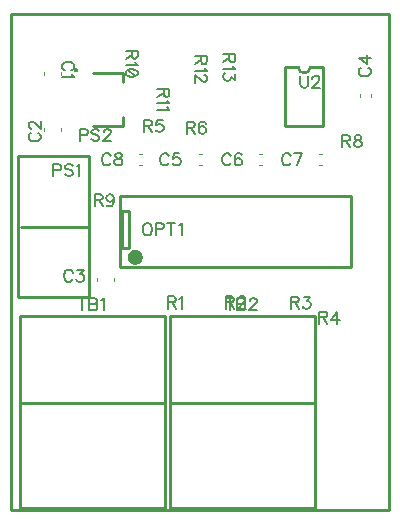
<source format=gbr>
G04 DipTrace 4.0.0.2*
G04 TopSilk.gbr*
%MOIN*%
G04 #@! TF.FileFunction,Legend,Top*
G04 #@! TF.Part,Single*
%ADD10C,0.009843*%
%ADD12C,0.004724*%
%ADD51C,0.006176*%
%FSLAX26Y26*%
G04*
G70*
G90*
G75*
G01*
G04 TopSilk*
%LPD*%
X502760Y1845525D2*
D12*
Y1854974D1*
X560240Y1845527D2*
Y1854976D1*
Y1667474D2*
Y1658026D1*
X502760Y1667473D2*
Y1658024D1*
X680220Y1156992D2*
Y1166441D1*
X737701Y1156992D2*
Y1166441D1*
X1594148Y1780761D2*
Y1769738D1*
X1556353Y1780761D2*
Y1769738D1*
X1030762Y1543853D2*
X1019739D1*
X1030762Y1581648D2*
X1019739D1*
X1230762Y1543853D2*
X1219739D1*
X1230762Y1581648D2*
X1219739D1*
X1430761Y1543853D2*
X1419738D1*
X1430761Y1581648D2*
X1419738D1*
X830761Y1543853D2*
X819738D1*
X830761Y1581648D2*
X819738D1*
X394000Y2047543D2*
D10*
Y394000D1*
X1653843D1*
Y2047543D1*
X394000D1*
X1525890Y1203932D2*
Y1440152D1*
X758173D1*
Y1203932D1*
X1525890D1*
X787504Y1266727D2*
Y1391727D1*
X762504D1*
Y1266727D1*
X787504D1*
G36*
X832976Y1237199D2*
X832763Y1233936D1*
X832125Y1230729D1*
X831073Y1227632D1*
X829627Y1224699D1*
X827810Y1221980D1*
X825654Y1219522D1*
X823196Y1217366D1*
X820477Y1215549D1*
X817544Y1214102D1*
X814447Y1213051D1*
X811240Y1212413D1*
X807977Y1212199D1*
X804714Y1212413D1*
X801507Y1213051D1*
X798410Y1214102D1*
X795477Y1215549D1*
X792758Y1217366D1*
X790300Y1219522D1*
X788144Y1221980D1*
X786327Y1224699D1*
X784881Y1227632D1*
X783830Y1230729D1*
X783192Y1233936D1*
X782978Y1237199D1*
Y1237200D1*
X783192Y1240463D1*
X783830Y1243670D1*
X784881Y1246767D1*
X786327Y1249700D1*
X788144Y1252419D1*
X790300Y1254877D1*
X792758Y1257033D1*
X795477Y1258850D1*
X798410Y1260297D1*
X801507Y1261348D1*
X804714Y1261986D1*
X807977Y1262199D1*
X811240Y1261986D1*
X814447Y1261348D1*
X817544Y1260297D1*
X820477Y1258850D1*
X823196Y1257033D1*
X825654Y1254877D1*
X827810Y1252419D1*
X829627Y1249700D1*
X831073Y1246767D1*
X832125Y1243670D1*
X832763Y1240463D1*
X832976Y1237200D1*
Y1237199D1*
G37*
X653055Y1573882D2*
D10*
X418055D1*
Y1103882D1*
X653055D1*
Y1573882D1*
X428066Y1338882D2*
X653055D1*
X668764Y1851332D2*
X767170Y1851335D1*
Y1821795D1*
X767174Y1703709D2*
X767175Y1674169D1*
X668769Y1674166D1*
G36*
X610123Y1852727D2*
X609118Y1852793D1*
X608130Y1852989D1*
X607176Y1853313D1*
X606273Y1853759D1*
X605435Y1854318D1*
X604678Y1854982D1*
X604014Y1855739D1*
X603454Y1856577D1*
X603009Y1857480D1*
X602685Y1858434D1*
X602488Y1859422D1*
X602423Y1860427D1*
X602488Y1861432D1*
X602685Y1862420D1*
X603009Y1863374D1*
X603454Y1864277D1*
X604014Y1865115D1*
X604678Y1865872D1*
X605435Y1866536D1*
X606272Y1867096D1*
X607176Y1867541D1*
X608130Y1867865D1*
X609117Y1868061D1*
X610122Y1868127D1*
X610143D1*
X611149Y1868061D1*
X612136Y1867865D1*
X613090Y1867541D1*
X613994Y1867096D1*
X614831Y1866536D1*
X615588Y1865872D1*
X616252Y1865115D1*
X616812Y1864277D1*
X617258Y1863374D1*
X617581Y1862420D1*
X617778Y1861432D1*
X617844Y1860427D1*
X617778Y1859422D1*
X617582Y1858434D1*
X617258Y1857481D1*
X616812Y1856577D1*
X616253Y1855740D1*
X615589Y1854982D1*
X614831Y1854318D1*
X613994Y1853759D1*
X613091Y1853313D1*
X612137Y1852989D1*
X611149Y1852793D1*
X610144Y1852727D1*
X610123D1*
G37*
X925496Y1041638D2*
D10*
Y399906D1*
X1407780D1*
Y1041638D1*
X925496D1*
X1407780Y752268D2*
X925496D1*
X1308722Y1870379D2*
Y1673526D1*
X1434690Y1870379D2*
Y1673526D1*
X1308722D2*
X1434690D1*
X1308722Y1870379D2*
X1352018D1*
X1391394D2*
X1434690D1*
X1352018D2*
G03X1391394Y1870379I19688J1D01*
G01*
X423528Y1041638D2*
Y399906D1*
X905811D1*
Y1041638D1*
X423528D1*
X905811Y752268D2*
X423528D1*
X594751Y1859377D2*
D51*
X598553Y1861278D1*
X602400Y1865125D1*
X604301Y1868927D1*
Y1876577D1*
X602399Y1880423D1*
X598552Y1884226D1*
X594750Y1886171D1*
X589002Y1888072D1*
X579407D1*
X573703Y1886171D1*
X569856Y1884225D1*
X566054Y1880422D1*
X564109Y1876575D1*
Y1868926D1*
X566055Y1865124D1*
X569857Y1861277D1*
X573704Y1859376D1*
X596608Y1847025D2*
X598554Y1843179D1*
X604258Y1837431D1*
X564110Y1837429D1*
X462000Y1651273D2*
X458197Y1649372D1*
X454351Y1645525D1*
X452450Y1641722D1*
Y1634073D1*
X454351Y1630226D1*
X458198Y1626424D1*
X462001Y1624478D1*
X467749Y1622577D1*
X477344Y1622578D1*
X483047Y1624479D1*
X486894Y1626425D1*
X490696Y1630227D1*
X492642Y1634074D1*
Y1641723D1*
X490696Y1645526D1*
X486893Y1649373D1*
X483047Y1651274D1*
X462044Y1665570D2*
X460143D1*
X456296Y1667471D1*
X454394Y1669372D1*
X452493Y1673219D1*
Y1680868D1*
X454394Y1684671D1*
X456295Y1686572D1*
X460142Y1688518D1*
X463944D1*
X467791Y1686573D1*
X473495Y1682770D1*
X492641Y1663625D1*
X492640Y1690420D1*
X599208Y1185744D2*
X597307Y1189547D1*
X593460Y1193394D1*
X589657Y1195295D1*
X582008D1*
X578161Y1193394D1*
X574359Y1189547D1*
X572413Y1185744D1*
X570512Y1179996D1*
Y1170402D1*
X572413Y1164698D1*
X574359Y1160851D1*
X578161Y1157048D1*
X582008Y1155103D1*
X589657D1*
X593460Y1157048D1*
X597307Y1160851D1*
X599208Y1164698D1*
X615406Y1195251D2*
X636409D1*
X624957Y1179952D1*
X630705D1*
X634507Y1178051D1*
X636409Y1176150D1*
X638354Y1170402D1*
Y1166599D1*
X636409Y1160851D1*
X632606Y1157004D1*
X626858Y1155103D1*
X621110D1*
X615406Y1157004D1*
X613505Y1158950D1*
X611559Y1162752D1*
X1562000Y1869074D2*
X1558197Y1867172D1*
X1554350Y1863326D1*
X1552449Y1859523D1*
Y1851874D1*
X1554350Y1848027D1*
X1558197Y1844224D1*
X1562000Y1842279D1*
X1567748Y1840378D1*
X1577342D1*
X1583046Y1842279D1*
X1586893Y1844224D1*
X1590696Y1848027D1*
X1592641Y1851874D1*
Y1859523D1*
X1590696Y1863326D1*
X1586893Y1867172D1*
X1583046Y1869074D1*
X1592641Y1900570D2*
X1552493D1*
X1579244Y1881425D1*
Y1910121D1*
X920026Y1573343D2*
X918124Y1577145D1*
X914278Y1580992D1*
X910475Y1582893D1*
X902826D1*
X898979Y1580992D1*
X895176Y1577145D1*
X893231Y1573343D1*
X891330Y1567595D1*
Y1558000D1*
X893231Y1552296D1*
X895176Y1548449D1*
X898979Y1544647D1*
X902826Y1542701D1*
X910475D1*
X914278Y1544647D1*
X918124Y1548449D1*
X920026Y1552296D1*
X955325Y1582849D2*
X936224D1*
X934322Y1565649D1*
X936224Y1567551D1*
X941972Y1569496D1*
X947676D1*
X953424Y1567551D1*
X957270Y1563748D1*
X959172Y1558000D1*
Y1554197D1*
X957270Y1548449D1*
X953424Y1544603D1*
X947676Y1542701D1*
X941972D1*
X936224Y1544603D1*
X934322Y1546548D1*
X932377Y1550351D1*
X1127248Y1573343D2*
X1125346Y1577145D1*
X1121500Y1580992D1*
X1117697Y1582893D1*
X1110048D1*
X1106201Y1580992D1*
X1102398Y1577145D1*
X1100453Y1573343D1*
X1098552Y1567595D1*
Y1558000D1*
X1100453Y1552296D1*
X1102398Y1548449D1*
X1106201Y1544647D1*
X1110048Y1542701D1*
X1117697D1*
X1121500Y1544647D1*
X1125346Y1548449D1*
X1127248Y1552296D1*
X1162547Y1577145D2*
X1160646Y1580948D1*
X1154898Y1582849D1*
X1151095D1*
X1145347Y1580948D1*
X1141500Y1575200D1*
X1139599Y1565649D1*
Y1556099D1*
X1141500Y1548449D1*
X1145347Y1544603D1*
X1151095Y1542701D1*
X1152996D1*
X1158700Y1544603D1*
X1162547Y1548449D1*
X1164448Y1554197D1*
Y1556099D1*
X1162547Y1561847D1*
X1158700Y1565649D1*
X1152996Y1567551D1*
X1151095D1*
X1145347Y1565649D1*
X1141500Y1561847D1*
X1139599Y1556099D1*
X1326274Y1573343D2*
X1324372Y1577145D1*
X1320526Y1580992D1*
X1316723Y1582893D1*
X1309074D1*
X1305227Y1580992D1*
X1301424Y1577145D1*
X1299479Y1573343D1*
X1297578Y1567595D1*
Y1558000D1*
X1299479Y1552296D1*
X1301424Y1548449D1*
X1305227Y1544647D1*
X1309074Y1542701D1*
X1316723D1*
X1320526Y1544647D1*
X1324372Y1548449D1*
X1326274Y1552296D1*
X1346274Y1542701D2*
X1365420Y1582849D1*
X1338625D1*
X726297Y1573344D2*
X724396Y1577147D1*
X720549Y1580993D1*
X716746Y1582895D1*
X709097D1*
X705250Y1580993D1*
X701448Y1577147D1*
X699502Y1573344D1*
X697601Y1567596D1*
Y1558001D1*
X699502Y1552298D1*
X701448Y1548451D1*
X705250Y1544648D1*
X709097Y1542703D1*
X716746D1*
X720549Y1544648D1*
X724396Y1548451D1*
X726297Y1552298D1*
X748199Y1582851D2*
X742495Y1580949D1*
X740550Y1577147D1*
Y1573300D1*
X742495Y1569497D1*
X746298Y1567552D1*
X753947Y1565651D1*
X759695Y1563749D1*
X763498Y1559903D1*
X765399Y1556100D1*
Y1550352D1*
X763498Y1546549D1*
X761596Y1544604D1*
X755848Y1542703D1*
X748199D1*
X742495Y1544604D1*
X740550Y1546549D1*
X738648Y1550352D1*
Y1556100D1*
X740550Y1559903D1*
X744396Y1563749D1*
X750100Y1565651D1*
X757750Y1567552D1*
X761596Y1569497D1*
X763498Y1573300D1*
Y1577147D1*
X761596Y1580949D1*
X755848Y1582851D1*
X748199D1*
X844359Y1350206D2*
X840512Y1348304D1*
X836710Y1344458D1*
X834764Y1340655D1*
X832863Y1334907D1*
Y1325312D1*
X834764Y1319609D1*
X836710Y1315762D1*
X840512Y1311959D1*
X844359Y1310014D1*
X852008D1*
X855811Y1311959D1*
X859658Y1315762D1*
X861559Y1319609D1*
X863460Y1325312D1*
Y1334907D1*
X861559Y1340655D1*
X859658Y1344458D1*
X855811Y1348304D1*
X852008Y1350206D1*
X844359D1*
X875812Y1329159D2*
X893056D1*
X898760Y1331060D1*
X900705Y1333006D1*
X902606Y1336808D1*
Y1342556D1*
X900705Y1346359D1*
X898760Y1348304D1*
X893056Y1350206D1*
X875812D1*
Y1310014D1*
X928355Y1350206D2*
Y1310014D1*
X914958Y1350206D2*
X941752D1*
X954104Y1342512D2*
X957951Y1344458D1*
X963699Y1350162D1*
Y1310014D1*
X534112Y1526414D2*
X551356D1*
X557060Y1528315D1*
X559005Y1530260D1*
X560906Y1534063D1*
Y1539811D1*
X559005Y1543614D1*
X557060Y1545559D1*
X551356Y1547460D1*
X534112D1*
Y1507268D1*
X600052Y1541712D2*
X596250Y1545559D1*
X590502Y1547460D1*
X582853D1*
X577104Y1545559D1*
X573258Y1541712D1*
Y1537910D1*
X575203Y1534063D1*
X577104Y1532162D1*
X580907Y1530260D1*
X592403Y1526414D1*
X596250Y1524512D1*
X598151Y1522567D1*
X600052Y1518764D1*
Y1513016D1*
X596250Y1509214D1*
X590502Y1507268D1*
X582853D1*
X577104Y1509214D1*
X573258Y1513016D1*
X612404Y1539767D2*
X616251Y1541712D1*
X621999Y1547416D1*
Y1507268D1*
X622702Y1643161D2*
X639946D1*
X645650Y1645063D1*
X647595Y1647008D1*
X649496Y1650811D1*
Y1656559D1*
X647595Y1660361D1*
X645649Y1662307D1*
X639945Y1664208D1*
X622701Y1664207D1*
X622702Y1624015D1*
X688642Y1658461D2*
X684839Y1662308D1*
X679091Y1664209D1*
X671442D1*
X665694Y1662307D1*
X661847Y1658461D1*
X661848Y1654658D1*
X663793Y1650811D1*
X665694Y1648910D1*
X669497Y1647009D1*
X680993Y1643162D1*
X684840Y1641261D1*
X686741Y1639316D1*
X688643Y1635513D1*
Y1629765D1*
X684841Y1625963D1*
X679093Y1624017D1*
X671443D1*
X665695Y1625962D1*
X661848Y1629765D1*
X702939Y1654615D2*
Y1656516D1*
X704840Y1660363D1*
X706741Y1662264D1*
X710588Y1664166D1*
X718237D1*
X722040Y1662265D1*
X723941Y1660364D1*
X725887Y1656517D1*
Y1652714D1*
X723942Y1648868D1*
X720139Y1643164D1*
X700995Y1624018D1*
X727789D1*
X916135Y1086702D2*
X933335D1*
X939083Y1088648D1*
X941028Y1090549D1*
X942929Y1094351D1*
Y1098198D1*
X941028Y1102001D1*
X939083Y1103946D1*
X933335Y1105847D1*
X916135D1*
Y1065655D1*
X929532Y1086702D2*
X942929Y1065655D1*
X955281Y1098154D2*
X959128Y1100099D1*
X964876Y1105803D1*
Y1065655D1*
X1110635Y1086700D2*
X1127834Y1086701D1*
X1133582Y1088646D1*
X1135528Y1090548D1*
X1137429Y1094350D1*
Y1098197D1*
X1135527Y1101999D1*
X1133582Y1103945D1*
X1127834Y1105846D1*
X1110634D1*
X1110635Y1065654D1*
X1124032Y1086701D2*
X1137430Y1065654D1*
X1151726Y1096252D2*
Y1098153D1*
X1153627Y1102000D1*
X1155528Y1103901D1*
X1159375Y1105803D1*
X1167024D1*
X1170827Y1103902D1*
X1172728Y1102001D1*
X1174674Y1098154D1*
Y1094351D1*
X1172728Y1090505D1*
X1168926Y1084801D1*
X1149781Y1065655D1*
X1176576D1*
X1327171Y1086114D2*
X1344371D1*
X1350119Y1088060D1*
X1352065Y1089961D1*
X1353966Y1093764D1*
Y1097610D1*
X1352065Y1101413D1*
X1350119Y1103358D1*
X1344371Y1105260D1*
X1327171D1*
Y1065068D1*
X1340569Y1086114D2*
X1353966Y1065068D1*
X1370164Y1105215D2*
X1391167D1*
X1379715Y1089917D1*
X1385463D1*
X1389265Y1088015D1*
X1391167Y1086114D1*
X1393112Y1080366D1*
Y1076564D1*
X1391167Y1070816D1*
X1387364Y1066969D1*
X1381616Y1065068D1*
X1375868D1*
X1370164Y1066969D1*
X1368263Y1068914D1*
X1366317Y1072717D1*
X1422135Y1036114D2*
X1439335D1*
X1445083Y1038060D1*
X1447029Y1039961D1*
X1448930Y1043764D1*
Y1047610D1*
X1447029Y1051413D1*
X1445083Y1053358D1*
X1439335Y1055260D1*
X1422135D1*
Y1015068D1*
X1435533Y1036114D2*
X1448930Y1015068D1*
X1480427D2*
Y1055215D1*
X1461281Y1028465D1*
X1489977D1*
X837852Y1675075D2*
X855052D1*
X860800Y1677020D1*
X862746Y1678922D1*
X864647Y1682724D1*
Y1686571D1*
X862746Y1690373D1*
X860800Y1692319D1*
X855052Y1694220D1*
X837852D1*
Y1654028D1*
X851250Y1675075D2*
X864647Y1654028D1*
X899946Y1694176D2*
X880845D1*
X878944Y1676976D1*
X880845Y1678877D1*
X886593Y1680823D1*
X892297D1*
X898045Y1678877D1*
X901892Y1675075D1*
X903793Y1669327D1*
Y1665524D1*
X901892Y1659776D1*
X898045Y1655929D1*
X892297Y1654028D1*
X886593D1*
X880845Y1655929D1*
X878944Y1657875D1*
X876999Y1661677D1*
X980358Y1668824D2*
X997558D1*
X1003306Y1670770D1*
X1005251Y1672671D1*
X1007153Y1676473D1*
Y1680320D1*
X1005251Y1684123D1*
X1003306Y1686068D1*
X997558Y1687970D1*
X980358D1*
Y1647778D1*
X993755Y1668824D2*
X1007153Y1647778D1*
X1042452Y1682222D2*
X1040551Y1686024D1*
X1034803Y1687925D1*
X1031000D1*
X1025252Y1686024D1*
X1021405Y1680276D1*
X1019504Y1670725D1*
Y1661175D1*
X1021405Y1653526D1*
X1025252Y1649679D1*
X1031000Y1647778D1*
X1032901D1*
X1038605Y1649679D1*
X1042452Y1653526D1*
X1044353Y1659274D1*
Y1661175D1*
X1042452Y1666923D1*
X1038605Y1670725D1*
X1032901Y1672627D1*
X1031000D1*
X1025252Y1670725D1*
X1021405Y1666923D1*
X1019504Y1661175D1*
X1498108Y1625076D2*
X1515308D1*
X1521056Y1627022D1*
X1523002Y1628923D1*
X1524903Y1632725D1*
Y1636572D1*
X1523002Y1640375D1*
X1521056Y1642320D1*
X1515308Y1644222D1*
X1498108D1*
Y1604030D1*
X1511506Y1625076D2*
X1524903Y1604030D1*
X1546805Y1644177D2*
X1541101Y1642276D1*
X1539156Y1638473D1*
Y1634627D1*
X1541101Y1630824D1*
X1544904Y1628879D1*
X1552553Y1626977D1*
X1558301Y1625076D1*
X1562103Y1621229D1*
X1564005Y1617427D1*
Y1611679D1*
X1562103Y1607876D1*
X1560202Y1605931D1*
X1554454Y1604030D1*
X1546805D1*
X1541101Y1605931D1*
X1539156Y1607876D1*
X1537254Y1611679D1*
Y1617427D1*
X1539156Y1621229D1*
X1543002Y1625076D1*
X1548706Y1626977D1*
X1556355Y1628879D1*
X1560202Y1630824D1*
X1562103Y1634627D1*
Y1638473D1*
X1560202Y1642276D1*
X1554454Y1644177D1*
X1546805D1*
X672413Y1427379D2*
X689613D1*
X695361Y1429325D1*
X697307Y1431226D1*
X699208Y1435029D1*
Y1438875D1*
X697307Y1442678D1*
X695361Y1444623D1*
X689613Y1446525D1*
X672413D1*
Y1406333D1*
X685811Y1427379D2*
X699208Y1406333D1*
X736453Y1433127D2*
X734507Y1427379D1*
X730705Y1423533D1*
X724957Y1421631D1*
X723055D1*
X717307Y1423533D1*
X713505Y1427379D1*
X711559Y1433127D1*
Y1435029D1*
X713505Y1440777D1*
X717307Y1444579D1*
X723055Y1446480D1*
X724957D1*
X730705Y1444579D1*
X734507Y1440777D1*
X736453Y1433127D1*
Y1423533D1*
X734507Y1413982D1*
X730705Y1408234D1*
X724957Y1406333D1*
X721154D1*
X715406Y1408234D1*
X713505Y1412081D1*
X796867Y1925443D2*
Y1908244D1*
X798813Y1902496D1*
X800714Y1900550D1*
X804517Y1898649D1*
X808364D1*
X812166Y1900550D1*
X814112Y1902496D1*
X816013Y1908244D1*
Y1925443D1*
X775821D1*
X796867Y1912046D2*
X775821Y1898649D1*
X808319Y1886297D2*
X810265Y1882451D1*
X815969Y1876703D1*
X775821D1*
X815969Y1852855D2*
X814067Y1858603D1*
X808319Y1862450D1*
X798769Y1864351D1*
X793021D1*
X783470Y1862450D1*
X777722Y1858603D1*
X775821Y1852855D1*
Y1849053D1*
X777722Y1843305D1*
X783470Y1839502D1*
X793021Y1837557D1*
X798769D1*
X808319Y1839502D1*
X814067Y1843305D1*
X815969Y1849053D1*
Y1852855D1*
X808319Y1839502D2*
X783470Y1862450D1*
X903118Y1798094D2*
Y1780894D1*
X905064Y1775146D1*
X906965Y1773201D1*
X910767Y1771300D1*
X914614D1*
X918417Y1773201D1*
X920362Y1775146D1*
X922264Y1780894D1*
Y1798094D1*
X882071D1*
X903118Y1784697D2*
X882071Y1771300D1*
X914570Y1758948D2*
X916515Y1755101D1*
X922219Y1749353D1*
X882071D1*
X914570Y1737002D2*
X916515Y1733155D1*
X922219Y1727407D1*
X882071D1*
X1028117Y1906694D2*
Y1889494D1*
X1030062Y1883746D1*
X1031964Y1881801D1*
X1035766Y1879899D1*
X1039613D1*
X1043415Y1881801D1*
X1045361Y1883746D1*
X1047262Y1889494D1*
Y1906694D1*
X1007070D1*
X1028117Y1893297D2*
X1007070Y1879899D1*
X1039569Y1867548D2*
X1041514Y1863701D1*
X1047218Y1857953D1*
X1007070D1*
X1037667Y1843656D2*
X1039569D1*
X1043415Y1841755D1*
X1045317Y1839854D1*
X1047218Y1836007D1*
Y1828358D1*
X1045317Y1824555D1*
X1043415Y1822654D1*
X1039569Y1820708D1*
X1035766D1*
X1031919Y1822654D1*
X1026216Y1826456D1*
X1007070Y1845602D1*
Y1818807D1*
X1121867Y1912945D2*
Y1895745D1*
X1123813Y1889997D1*
X1125714Y1888051D1*
X1129517Y1886150D1*
X1133364D1*
X1137166Y1888051D1*
X1139112Y1889997D1*
X1141013Y1895745D1*
Y1912945D1*
X1100821D1*
X1121867Y1899547D2*
X1100821Y1886150D1*
X1133319Y1873799D2*
X1135265Y1869952D1*
X1140969Y1864204D1*
X1100821D1*
X1140969Y1848006D2*
Y1827003D1*
X1125670Y1838455D1*
Y1832707D1*
X1123769Y1828905D1*
X1121867Y1827003D1*
X1116119Y1825058D1*
X1112317D1*
X1106569Y1827003D1*
X1102722Y1830806D1*
X1100821Y1836554D1*
Y1842302D1*
X1102722Y1848006D1*
X1104668Y1849907D1*
X1108470Y1851853D1*
X1122570Y1100216D2*
Y1060024D1*
X1109173Y1100216D2*
X1135968D1*
X1148319D2*
Y1060024D1*
X1165563D1*
X1171311Y1061970D1*
X1173213Y1063871D1*
X1175114Y1067674D1*
Y1073422D1*
X1173213Y1077268D1*
X1171311Y1079170D1*
X1165563Y1081071D1*
X1171311Y1083016D1*
X1173213Y1084918D1*
X1175114Y1088720D1*
Y1092567D1*
X1173213Y1096369D1*
X1171311Y1098315D1*
X1165563Y1100216D1*
X1148319D1*
Y1081071D2*
X1165563D1*
X1189411Y1090621D2*
Y1092523D1*
X1191312Y1096369D1*
X1193213Y1098271D1*
X1197060Y1100172D1*
X1204709D1*
X1208512Y1098271D1*
X1210413Y1096369D1*
X1212359Y1092523D1*
Y1088720D1*
X1210413Y1084873D1*
X1206611Y1079170D1*
X1187465Y1060024D1*
X1214260D1*
X1357485Y1841458D2*
Y1812762D1*
X1359386Y1807014D1*
X1363233Y1803211D1*
X1368981Y1801266D1*
X1372784D1*
X1378532Y1803211D1*
X1382378Y1807014D1*
X1384280Y1812762D1*
Y1841458D1*
X1398577Y1831863D2*
Y1833764D1*
X1400478Y1837611D1*
X1402379Y1839512D1*
X1406226Y1841414D1*
X1413875D1*
X1417678Y1839512D1*
X1419579Y1837611D1*
X1421524Y1833764D1*
Y1829962D1*
X1419579Y1826115D1*
X1415776Y1820411D1*
X1396631Y1801266D1*
X1423426D1*
X629202Y1100216D2*
Y1060024D1*
X615805Y1100216D2*
X642599D1*
X654951D2*
Y1060024D1*
X672195D1*
X677943Y1061970D1*
X679844Y1063871D1*
X681745Y1067674D1*
Y1073422D1*
X679844Y1077268D1*
X677943Y1079170D1*
X672195Y1081071D1*
X677943Y1083016D1*
X679844Y1084918D1*
X681745Y1088720D1*
Y1092567D1*
X679844Y1096369D1*
X677943Y1098315D1*
X672195Y1100216D1*
X654951D1*
Y1081071D2*
X672195D1*
X694097Y1092523D2*
X697943Y1094468D1*
X703691Y1100172D1*
Y1060024D1*
M02*

</source>
